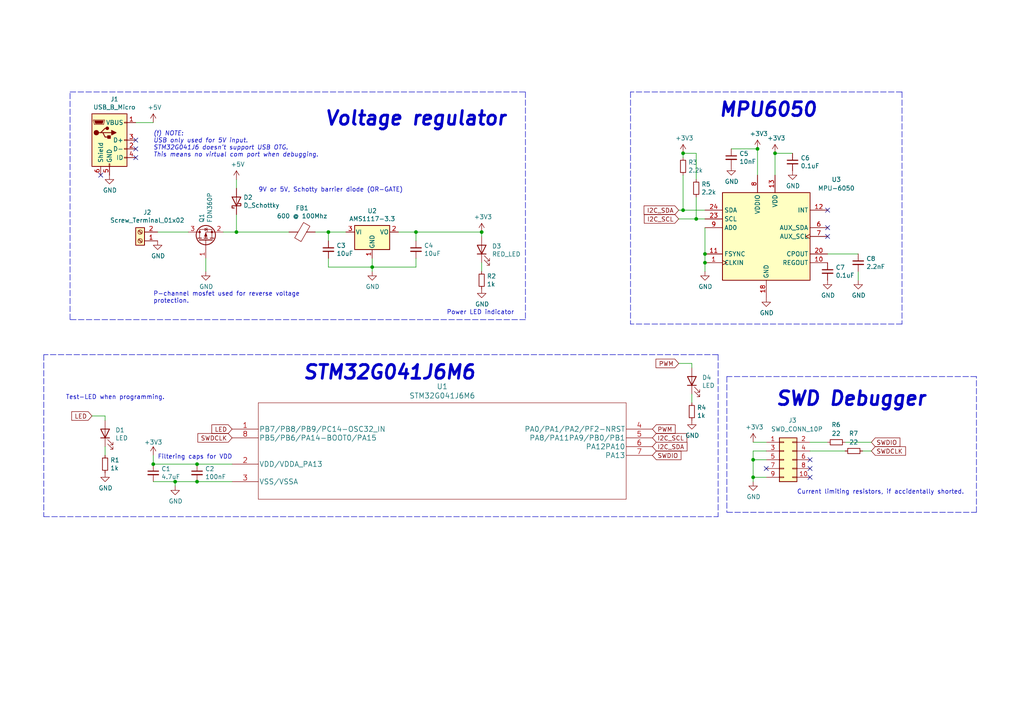
<source format=kicad_sch>
(kicad_sch (version 20211123) (generator eeschema)
  (paper "A4")
  (title_block (title "STM32G041J6 + MPU6050") (company "github.com/ollieelliot"))
  (lib_symbols
    (symbol "Connector:Screw_Terminal_01x02" (pin_names (offset 1.016) hide)
      (property "Reference" "J" (at 0 2.54 0))
      (property "Value" "Screw_Terminal_01x02" (at 0 -5.08 0))
      (symbol "Screw_Terminal_01x02_1_1"
        (rectangle (start -1.27 1.27) (end 1.27 -3.81) (stroke (width 0.254)) (fill (type background)))
        (circle (center 0 -2.54) (radius 0.635) (stroke (width 0.1524)))
        (polyline (pts (xy -0.5334 -2.2098) (xy 0.3302 -3.048)) (stroke (width 0.1524)))
        (polyline (pts (xy -0.5334 0.3302) (xy 0.3302 -0.508)) (stroke (width 0.1524)))
        (polyline (pts (xy -0.3556 -2.032) (xy 0.508 -2.8702)) (stroke (width 0.1524)))
        (polyline (pts (xy -0.3556 0.508) (xy 0.508 -0.3302)) (stroke (width 0.1524)))
        (circle (center 0 0) (radius 0.635) (stroke (width 0.1524)))
        (pin passive line (at -5.08 0 0) (length 3.81) (name "Pin_1") (number "1"))
        (pin passive line (at -5.08 -2.54 0) (length 3.81) (name "Pin_2") (number "2"))
      )
    )
    (symbol "Connector:USB_B_Micro" (pin_names (offset 1.016))
      (property "Reference" "J" (at -5.08 11.43 0))
      (property "Value" "USB_B_Micro" (at -5.08 8.89 0))
      (symbol "USB_B_Micro_0_1"
        (rectangle (start -5.08 -7.62) (end 5.08 7.62) (stroke (width 0.254)) (fill (type background)))
        (circle (center -3.81 2.159) (radius 0.635) (stroke (width 0.254)) (fill (type outline)))
        (circle (center -0.635 3.429) (radius 0.381) (stroke (width 0.254)) (fill (type outline)))
        (rectangle (start -0.127 -7.62) (end 0.127 -6.858))
        (polyline (pts (xy -1.905 2.159) (xy 0.635 2.159)) (stroke (width 0.254)))
        (polyline (pts (xy -3.175 2.159) (xy -2.54 2.159) (xy -1.27 3.429) (xy -0.635 3.429)) (stroke (width 0.254)))
        (polyline (pts (xy -2.54 2.159) (xy -1.905 2.159) (xy -1.27 0.889) (xy 0 0.889)) (stroke (width 0.254)))
        (polyline (pts (xy 0.635 2.794) (xy 0.635 1.524) (xy 1.905 2.159) (xy 0.635 2.794)) (stroke (width 0.254)) (fill (type outline)))
        (polyline (pts (xy -4.318 5.588) (xy -1.778 5.588) (xy -2.032 4.826) (xy -4.064 4.826) (xy -4.318 5.588)) (fill (type outline)))
        (polyline (pts (xy -4.699 5.842) (xy -4.699 5.588) (xy -4.445 4.826) (xy -4.445 4.572) (xy -1.651 4.572) (xy -1.651 4.826) (xy -1.397 5.588) (xy -1.397 5.842) (xy -4.699 5.842)))
        (rectangle (start 0.254 1.27) (end -0.508 0.508) (stroke (width 0.254)) (fill (type outline)))
        (rectangle (start 5.08 -5.207) (end 4.318 -4.953))
        (rectangle (start 5.08 -2.667) (end 4.318 -2.413))
        (rectangle (start 5.08 -0.127) (end 4.318 0.127))
        (rectangle (start 5.08 4.953) (end 4.318 5.207))
      )
      (symbol "USB_B_Micro_1_1"
        (pin power_out line (at 7.62 5.08 180) (length 2.54) (name "VBUS") (number "1"))
        (pin bidirectional line (at 7.62 -2.54 180) (length 2.54) (name "D-") (number "2"))
        (pin bidirectional line (at 7.62 0 180) (length 2.54) (name "D+") (number "3"))
        (pin passive line (at 7.62 -5.08 180) (length 2.54) (name "ID") (number "4"))
        (pin power_out line (at 0 -10.16 90) (length 2.54) (name "GND") (number "5"))
        (pin passive line (at -2.54 -10.16 90) (length 2.54) (name "Shield") (number "6"))
      )
    )
    (symbol "Connector_Generic:Conn_02x05_Odd_Even" (pin_names (offset 1.016) hide)
      (property "Reference" "J" (at 1.27 7.62 0))
      (property "Value" "Conn_02x05_Odd_Even" (at 1.27 -7.62 0))
      (symbol "Conn_02x05_Odd_Even_1_1"
        (rectangle (start -1.27 -4.953) (end 0 -5.207) (stroke (width 0.1524)))
        (rectangle (start -1.27 -2.413) (end 0 -2.667) (stroke (width 0.1524)))
        (rectangle (start -1.27 0.127) (end 0 -0.127) (stroke (width 0.1524)))
        (rectangle (start -1.27 2.667) (end 0 2.413) (stroke (width 0.1524)))
        (rectangle (start -1.27 5.207) (end 0 4.953) (stroke (width 0.1524)))
        (rectangle (start -1.27 6.35) (end 3.81 -6.35) (stroke (width 0.254)) (fill (type background)))
        (rectangle (start 3.81 -4.953) (end 2.54 -5.207) (stroke (width 0.1524)))
        (rectangle (start 3.81 -2.413) (end 2.54 -2.667) (stroke (width 0.1524)))
        (rectangle (start 3.81 0.127) (end 2.54 -0.127) (stroke (width 0.1524)))
        (rectangle (start 3.81 2.667) (end 2.54 2.413) (stroke (width 0.1524)))
        (rectangle (start 3.81 5.207) (end 2.54 4.953) (stroke (width 0.1524)))
        (pin passive line (at -5.08 5.08 0) (length 3.81) (name "Pin_1") (number "1"))
        (pin passive line (at 7.62 -5.08 180) (length 3.81) (name "Pin_10") (number "10"))
        (pin passive line (at 7.62 5.08 180) (length 3.81) (name "Pin_2") (number "2"))
        (pin passive line (at -5.08 2.54 0) (length 3.81) (name "Pin_3") (number "3"))
        (pin passive line (at 7.62 2.54 180) (length 3.81) (name "Pin_4") (number "4"))
        (pin passive line (at -5.08 0 0) (length 3.81) (name "Pin_5") (number "5"))
        (pin passive line (at 7.62 0 180) (length 3.81) (name "Pin_6") (number "6"))
        (pin passive line (at -5.08 -2.54 0) (length 3.81) (name "Pin_7") (number "7"))
        (pin passive line (at 7.62 -2.54 180) (length 3.81) (name "Pin_8") (number "8"))
        (pin passive line (at -5.08 -5.08 0) (length 3.81) (name "Pin_9") (number "9"))
      )
    )
    (symbol "Device:C_Small" (pin_numbers hide) (pin_names (offset 0.254) hide)
      (property "Reference" "C" (at 0.254 1.778 0))
      (property "Value" "C_Small" (at 0.254 -2.032 0))
      (symbol "C_Small_0_1"
        (polyline (pts (xy -1.524 -0.508) (xy 1.524 -0.508)) (stroke (width 0.3302)))
        (polyline (pts (xy -1.524 0.508) (xy 1.524 0.508)) (stroke (width 0.3048)))
      )
      (symbol "C_Small_1_1"
        (pin passive line (at 0 2.54 270) (length 2.032) (name "~") (number "1"))
        (pin passive line (at 0 -2.54 90) (length 2.032) (name "~") (number "2"))
      )
    )
    (symbol "Device:D_Schottky" (pin_numbers hide) (pin_names (offset 1.016) hide)
      (property "Reference" "D" (at 0 2.54 0))
      (property "Value" "D_Schottky" (at 0 -2.54 0))
      (symbol "D_Schottky_0_1"
        (polyline (pts (xy 1.27 0) (xy -1.27 0)))
        (polyline (pts (xy 1.27 1.27) (xy 1.27 -1.27) (xy -1.27 0) (xy 1.27 1.27)) (stroke (width 0.254)))
        (polyline (pts (xy -1.905 0.635) (xy -1.905 1.27) (xy -1.27 1.27) (xy -1.27 -1.27) (xy -0.635 -1.27) (xy -0.635 -0.635)) (stroke (width 0.254)))
      )
      (symbol "D_Schottky_1_1"
        (pin passive line (at -3.81 0 0) (length 2.54) (name "K") (number "1"))
        (pin passive line (at 3.81 0 180) (length 2.54) (name "A") (number "2"))
      )
    )
    (symbol "Device:Ferrite_Bead" (pin_numbers hide) (pin_names (offset 0))
      (property "Reference" "FB" (at -3.81 0.635 90))
      (property "Value" "Device_Ferrite_Bead" (at 3.81 0 90))
      (symbol "Ferrite_Bead_0_1"
        (polyline (pts (xy 0 -1.27) (xy 0 -1.2192)))
        (polyline (pts (xy 0 1.27) (xy 0 1.2954)))
        (polyline (pts (xy -2.7686 0.4064) (xy -1.7018 2.2606) (xy 2.7686 -0.3048) (xy 1.6764 -2.159) (xy -2.7686 0.4064)))
      )
      (symbol "Ferrite_Bead_1_1"
        (pin passive line (at 0 3.81 270) (length 2.54) (name "~") (number "1"))
        (pin passive line (at 0 -3.81 90) (length 2.54) (name "~") (number "2"))
      )
    )
    (symbol "Device:LED" (pin_numbers hide) (pin_names (offset 1.016) hide)
      (property "Reference" "D" (at 0 2.54 0))
      (property "Value" "LED" (at 0 -2.54 0))
      (symbol "LED_0_1"
        (polyline (pts (xy -1.27 -1.27) (xy -1.27 1.27)) (stroke (width 0.254)))
        (polyline (pts (xy -1.27 0) (xy 1.27 0)))
        (polyline (pts (xy 1.27 -1.27) (xy 1.27 1.27) (xy -1.27 0) (xy 1.27 -1.27)) (stroke (width 0.254)))
        (polyline (pts (xy -3.048 -0.762) (xy -4.572 -2.286) (xy -3.81 -2.286) (xy -4.572 -2.286) (xy -4.572 -1.524)))
        (polyline (pts (xy -1.778 -0.762) (xy -3.302 -2.286) (xy -2.54 -2.286) (xy -3.302 -2.286) (xy -3.302 -1.524)))
      )
      (symbol "LED_1_1"
        (pin passive line (at -3.81 0 0) (length 2.54) (name "K") (number "1"))
        (pin passive line (at 3.81 0 180) (length 2.54) (name "A") (number "2"))
      )
    )
    (symbol "Device:Q_PMOS_GSD" (pin_names (offset 0) hide)
      (property "Reference" "Q" (at 5.08 1.27 0))
      (property "Value" "Q_PMOS_GSD" (at 5.08 -1.27 0))
      (symbol "Q_PMOS_GSD_0_1"
        (polyline (pts (xy 0.254 0) (xy -2.54 0)))
        (polyline (pts (xy 0.254 1.905) (xy 0.254 -1.905)) (stroke (width 0.254)))
        (polyline (pts (xy 0.762 -1.27) (xy 0.762 -2.286)) (stroke (width 0.254)))
        (polyline (pts (xy 0.762 0.508) (xy 0.762 -0.508)) (stroke (width 0.254)))
        (polyline (pts (xy 0.762 2.286) (xy 0.762 1.27)) (stroke (width 0.254)))
        (polyline (pts (xy 2.54 2.54) (xy 2.54 1.778)))
        (polyline (pts (xy 2.54 -2.54) (xy 2.54 0) (xy 0.762 0)))
        (polyline (pts (xy 0.762 1.778) (xy 3.302 1.778) (xy 3.302 -1.778) (xy 0.762 -1.778)))
        (polyline (pts (xy 2.286 0) (xy 1.27 0.381) (xy 1.27 -0.381) (xy 2.286 0)) (fill (type outline)))
        (polyline (pts (xy 2.794 -0.508) (xy 2.921 -0.381) (xy 3.683 -0.381) (xy 3.81 -0.254)))
        (polyline (pts (xy 3.302 -0.381) (xy 2.921 0.254) (xy 3.683 0.254) (xy 3.302 -0.381)))
        (circle (center 1.651 0) (radius 2.794) (stroke (width 0.254)))
        (circle (center 2.54 -1.778) (radius 0.254) (fill (type outline)))
        (circle (center 2.54 1.778) (radius 0.254) (fill (type outline)))
      )
      (symbol "Q_PMOS_GSD_1_1"
        (pin input line (at -5.08 0 0) (length 2.54) (name "G") (number "1"))
        (pin passive line (at 2.54 -5.08 90) (length 2.54) (name "S") (number "2"))
        (pin passive line (at 2.54 5.08 270) (length 2.54) (name "D") (number "3"))
      )
    )
    (symbol "Device:R_Small" (pin_numbers hide) (pin_names (offset 0.254) hide)
      (property "Reference" "R" (at 0.762 0.508 0))
      (property "Value" "R_Small" (at 0.762 -1.016 0))
      (symbol "R_Small_0_1"
        (rectangle (start -0.762 1.778) (end 0.762 -1.778) (stroke (width 0.2032)))
      )
      (symbol "R_Small_1_1"
        (pin passive line (at 0 2.54 270) (length 0.762) (name "~") (number "1"))
        (pin passive line (at 0 -2.54 90) (length 0.762) (name "~") (number "2"))
      )
    )
    (symbol "Regulator_Linear:AMS1117-3.3" (pin_names (offset 0.254))
      (property "Reference" "U" (at -3.81 3.175 0))
      (property "Value" "AMS1117-3.3" (at 0 3.175 0))
      (symbol "AMS1117-3.3_0_1"
        (rectangle (start -5.08 -5.08) (end 5.08 1.905) (stroke (width 0.254)) (fill (type background)))
      )
      (symbol "AMS1117-3.3_1_1"
        (pin power_in line (at 0 -7.62 90) (length 2.54) (name "GND") (number "1"))
        (pin power_out line (at 7.62 0 180) (length 2.54) (name "VO") (number "2"))
        (pin power_in line (at -7.62 0 0) (length 2.54) (name "VI") (number "3"))
      )
    )
    (symbol "STM32G041J6:STM32G041J6M6" (pin_names (offset 0.254))
      (property "Reference" "U" (at 60.96 12.7 0))
      (property "Value" "STM32G041J6_STM32G041J6M6" (at 60.96 10.16 0))
      (symbol "STM32G041J6M6_1_1"
        (polyline (pts (xy 7.62 -20.32) (xy 114.3 -20.32)) (stroke (width 0.127)))
        (polyline (pts (xy 7.62 7.62) (xy 7.62 -20.32)) (stroke (width 0.127)))
        (polyline (pts (xy 114.3 -20.32) (xy 114.3 7.62)) (stroke (width 0.127)))
        (polyline (pts (xy 114.3 7.62) (xy 7.62 7.62)) (stroke (width 0.127)))
        (pin bidirectional line (at 0 0 0) (length 7.62) (name "PB7/PB8/PB9/PC14-OSC32_IN") (number "1"))
        (pin power_in line (at 0 -10.16 0) (length 7.62) (name "VDD/VDDA_PA13") (number "2"))
        (pin power_in line (at 0 -15.24 0) (length 7.62) (name "VSS/VSSA") (number "3"))
        (pin bidirectional line (at 121.92 0 180) (length 7.62) (name "PA0/PA1/PA2/PF2-NRST") (number "4"))
        (pin bidirectional line (at 121.92 -2.54 180) (length 7.62) (name "PA8/PA11PA9/PB0/PB1") (number "5"))
        (pin bidirectional line (at 121.92 -5.08 180) (length 7.62) (name "PA12PA10") (number "6"))
        (pin bidirectional line (at 121.92 -7.62 180) (length 7.62) (name "PA13") (number "7"))
        (pin bidirectional line (at 0 -2.54 0) (length 7.62) (name "PB5/PB6/PA14-BOOT0/PA15") (number "8"))
      )
    )
    (symbol "Sensor_Motion:MPU-6050"
      (property "Reference" "U" (at -11.43 13.97 0))
      (property "Value" "MPU-6050" (at 7.62 -13.97 0))
      (symbol "MPU-6050_0_1"
        (rectangle (start -12.7 12.7) (end 12.7 -12.7) (stroke (width 0.254)) (fill (type background)))
      )
      (symbol "MPU-6050_1_1"
        (pin input clock (at -17.78 -7.62 0) (length 5.08) (name "CLKIN") (number "1"))
        (pin passive line (at 17.78 -7.62 180) (length 5.08) (name "REGOUT") (number "10"))
        (pin input line (at -17.78 -5.08 0) (length 5.08) (name "FSYNC") (number "11"))
        (pin output line (at 17.78 7.62 180) (length 5.08) (name "INT") (number "12"))
        (pin power_in line (at 2.54 17.78 270) (length 5.08) (name "VDD") (number "13"))
        (pin power_in line (at 0 -17.78 90) (length 5.08) (name "GND") (number "18"))
        (pin passive line (at 17.78 -5.08 180) (length 5.08) (name "CPOUT") (number "20"))
        (pin input line (at -17.78 5.08 0) (length 5.08) (name "SCL") (number "23"))
        (pin bidirectional line (at -17.78 7.62 0) (length 5.08) (name "SDA") (number "24"))
        (pin bidirectional line (at 17.78 2.54 180) (length 5.08) (name "AUX_SDA") (number "6"))
        (pin output clock (at 17.78 0 180) (length 5.08) (name "AUX_SCL") (number "7"))
        (pin power_in line (at -2.54 17.78 270) (length 5.08) (name "VDDIO") (number "8"))
        (pin input line (at -17.78 2.54 0) (length 5.08) (name "AD0") (number "9"))
      )
    )
    (symbol "power:+3.3V" (power) (pin_names (offset 0))
      (property "Value" "+3.3V" (at 0 3.556 0))
      (symbol "+3.3V_0_1"
        (polyline (pts (xy -0.762 1.27) (xy 0 2.54)))
        (polyline (pts (xy 0 0) (xy 0 2.54)))
        (polyline (pts (xy 0 2.54) (xy 0.762 1.27)))
      )
      (symbol "+3.3V_1_1"
        (pin power_in line (at 0 0 90) (length 0) hide (name "+3V3") (number "1"))
      )
    )
    (symbol "power:+5V" (power) (pin_names (offset 0))
      (property "Value" "+5V" (at 0 3.556 0))
      (symbol "+5V_0_1"
        (polyline (pts (xy -0.762 1.27) (xy 0 2.54)))
        (polyline (pts (xy 0 0) (xy 0 2.54)))
        (polyline (pts (xy 0 2.54) (xy 0.762 1.27)))
      )
      (symbol "+5V_1_1"
        (pin power_in line (at 0 0 90) (length 0) hide (name "+5V") (number "1"))
      )
    )
    (symbol "power:GND" (power) (pin_names (offset 0))
      (property "Value" "GND" (at 0 -3.81 0))
      (symbol "GND_0_1"
        (polyline (pts (xy 0 0) (xy 0 -1.27) (xy 1.27 -1.27) (xy 0 -2.54) (xy -1.27 -1.27) (xy 0 -1.27)))
      )
      (symbol "GND_1_1"
        (pin power_in line (at 0 0 270) (length 0) hide (name "GND") (number "1"))
      )
    )
  )
  (junction (at 120.65 67.31))
  (junction (at 68.58 67.31))
  (junction (at 95.25 67.31))
  (junction (at 107.95 77.47))
  (junction (at 219.71 43.18))
  (junction (at 44.45 134.62))
  (junction (at 204.47 73.66))
  (junction (at 50.8 139.7))
  (junction (at 139.7 67.31))
  (junction (at 198.12 60.96))
  (junction (at 224.79 44.45))
  (junction (at 201.93 63.5))
  (junction (at 57.15 134.62))
  (junction (at 57.15 139.7))
  (junction (at 218.44 138.43))
  (junction (at 198.12 44.45))
  (junction (at 218.44 133.35))
  (junction (at 204.47 76.2))
  (no_connect (at 234.95 135.89))
  (no_connect (at 39.37 45.72))
  (no_connect (at 234.95 138.43))
  (no_connect (at 222.25 135.89))
  (no_connect (at 240.03 66.04))
  (no_connect (at 29.21 50.8))
  (no_connect (at 39.37 43.18))
  (no_connect (at 240.03 60.96))
  (no_connect (at 240.03 68.58))
  (no_connect (at 39.37 40.64))
  (no_connect (at 234.95 133.35))
  (polyline (pts (xy 210.82 148.59) (xy 283.21 148.59)))
  (wire (pts (xy 222.25 133.35) (xy 218.44 133.35)))
  (polyline (pts (xy 261.62 26.67) (xy 182.88 26.67)))
  (polyline (pts (xy 152.4 26.67) (xy 152.4 92.71)))
  (wire (pts (xy 218.44 130.81) (xy 218.44 133.35)))
  (wire (pts (xy 107.95 77.47) (xy 107.95 78.74)))
  (polyline (pts (xy 208.28 102.87) (xy 12.7 102.87)))
  (wire (pts (xy 245.11 128.27) (xy 252.73 128.27)))
  (wire (pts (xy 196.85 63.5) (xy 201.93 63.5)))
  (wire (pts (xy 91.44 67.31) (xy 95.25 67.31)))
  (wire (pts (xy 50.8 140.97) (xy 50.8 139.7)))
  (wire (pts (xy 240.03 128.27) (xy 234.95 128.27)))
  (wire (pts (xy 95.25 69.85) (xy 95.25 67.31)))
  (wire (pts (xy 139.7 76.2) (xy 139.7 78.74)))
  (wire (pts (xy 107.95 77.47) (xy 107.95 74.93)))
  (polyline (pts (xy 182.88 26.67) (xy 182.88 93.98)))
  (wire (pts (xy 198.12 50.8) (xy 198.12 60.96)))
  (wire (pts (xy 68.58 62.23) (xy 68.58 67.31)))
  (wire (pts (xy 218.44 133.35) (xy 218.44 138.43)))
  (wire (pts (xy 201.93 57.15) (xy 201.93 63.5)))
  (wire (pts (xy 248.92 78.74) (xy 248.92 81.28)))
  (wire (pts (xy 45.72 67.31) (xy 54.61 67.31)))
  (wire (pts (xy 245.11 130.81) (xy 234.95 130.81)))
  (wire (pts (xy 44.45 132.08) (xy 44.45 134.62)))
  (wire (pts (xy 201.93 44.45) (xy 201.93 52.07)))
  (wire (pts (xy 240.03 73.66) (xy 248.92 73.66)))
  (wire (pts (xy 204.47 66.04) (xy 204.47 73.66)))
  (polyline (pts (xy 283.21 148.59) (xy 283.21 109.22)))
  (polyline (pts (xy 261.62 93.98) (xy 182.88 93.98)))
  (polyline (pts (xy 12.7 102.87) (xy 12.7 149.86)))
  (wire (pts (xy 68.58 67.31) (xy 83.82 67.31)))
  (wire (pts (xy 26.67 120.65) (xy 30.48 120.65)))
  (wire (pts (xy 120.65 77.47) (xy 107.95 77.47)))
  (polyline (pts (xy 152.4 92.71) (xy 20.32 92.71)))
  (polyline (pts (xy 283.21 109.22) (xy 210.82 109.22)))
  (wire (pts (xy 57.15 139.7) (xy 67.31 139.7)))
  (wire (pts (xy 120.65 67.31) (xy 120.65 69.85)))
  (wire (pts (xy 204.47 78.74) (xy 204.47 76.2)))
  (wire (pts (xy 198.12 45.72) (xy 198.12 44.45)))
  (wire (pts (xy 95.25 67.31) (xy 100.33 67.31)))
  (polyline (pts (xy 210.82 109.22) (xy 210.82 148.59)))
  (wire (pts (xy 39.37 35.56) (xy 44.45 35.56)))
  (wire (pts (xy 68.58 67.31) (xy 64.77 67.31)))
  (wire (pts (xy 120.65 74.93) (xy 120.65 77.47)))
  (wire (pts (xy 95.25 77.47) (xy 107.95 77.47)))
  (wire (pts (xy 120.65 67.31) (xy 139.7 67.31)))
  (polyline (pts (xy 261.62 26.67) (xy 261.62 93.98)))
  (wire (pts (xy 219.71 43.18) (xy 212.09 43.18)))
  (wire (pts (xy 200.66 114.3) (xy 200.66 116.84)))
  (wire (pts (xy 198.12 60.96) (xy 204.47 60.96)))
  (wire (pts (xy 198.12 44.45) (xy 201.93 44.45)))
  (polyline (pts (xy 20.32 92.71) (xy 20.32 26.67)))
  (wire (pts (xy 44.45 134.62) (xy 57.15 134.62)))
  (wire (pts (xy 115.57 67.31) (xy 120.65 67.31)))
  (wire (pts (xy 218.44 138.43) (xy 218.44 139.7)))
  (wire (pts (xy 219.71 50.8) (xy 219.71 43.18)))
  (wire (pts (xy 59.69 74.93) (xy 59.69 78.74)))
  (wire (pts (xy 50.8 139.7) (xy 44.45 139.7)))
  (wire (pts (xy 30.48 129.54) (xy 30.48 132.08)))
  (wire (pts (xy 250.19 130.81) (xy 252.73 130.81)))
  (wire (pts (xy 139.7 68.58) (xy 139.7 67.31)))
  (wire (pts (xy 222.25 138.43) (xy 218.44 138.43)))
  (wire (pts (xy 196.85 105.41) (xy 200.66 105.41)))
  (polyline (pts (xy 208.28 102.87) (xy 208.28 149.86)))
  (wire (pts (xy 224.79 44.45) (xy 229.87 44.45)))
  (wire (pts (xy 95.25 74.93) (xy 95.25 77.47)))
  (wire (pts (xy 201.93 63.5) (xy 204.47 63.5)))
  (polyline (pts (xy 12.7 149.86) (xy 208.28 149.86)))
  (wire (pts (xy 222.25 130.81) (xy 218.44 130.81)))
  (wire (pts (xy 30.48 120.65) (xy 30.48 121.92)))
  (wire (pts (xy 57.15 139.7) (xy 50.8 139.7)))
  (polyline (pts (xy 20.32 26.67) (xy 152.4 26.67)))
  (wire (pts (xy 204.47 73.66) (xy 204.47 76.2)))
  (wire (pts (xy 218.44 128.27) (xy 222.25 128.27)))
  (wire (pts (xy 68.58 52.07) (xy 68.58 54.61)))
  (wire (pts (xy 57.15 134.62) (xy 67.31 134.62)))
  (wire (pts (xy 196.85 60.96) (xy 198.12 60.96)))
  (wire (pts (xy 224.79 44.45) (xy 224.79 50.8)))
  (wire (pts (xy 200.66 105.41) (xy 200.66 106.68)))
  (text "Voltage regulator" (at 93.98 36.83 0) (effects (font (size 3.9878 3.9878) (thickness 0.7976) bold italic) (justify left bottom)))
  (text "SWD Debugger" (at 224.79 118.11 0) (effects (font (size 3.9878 3.9878) (thickness 0.7976) bold italic) (justify left bottom)))
  (text "(!) NOTE:\nUSB only used for 5V input.\nSTM32G041J6 doesn’t support USB OTG.\nThis means no virtual com port when debugging." (at 44.45 45.72 0) (effects (font (size 1.27 1.27) italic) (justify left bottom)))
  (text "STM32G041J6M6" (at 87.63 110.49 0) (effects (font (size 3.9878 3.9878) (thickness 0.7976) bold italic) (justify left bottom)))
  (text "Power LED indicator\n" (at 129.54 91.44 0) (effects (font (size 1.27 1.27)) (justify left bottom)))
  (text "P-channel mosfet used for reverse voltage \nprotection.\n\n" (at 44.45 90.17 0) (effects (font (size 1.27 1.27)) (justify left bottom)))
  (text "Filtering caps for VDD\n" (at 45.72 133.35 0) (effects (font (size 1.27 1.27)) (justify left bottom)))
  (text "MPU6050\n" (at 208.28 34.29 0) (effects (font (size 3.9878 3.9878) (thickness 0.7976) bold italic) (justify left bottom)))
  (text "Test-LED when programming.\n\n" (at 19.05 118.11 0) (effects (font (size 1.27 1.27)) (justify left bottom)))
  (text "9V or 5V, Schotty barrier diode (OR-GATE)" (at 74.93 55.88 0) (effects (font (size 1.27 1.27)) (justify left bottom)))
  (text "Current limiting resistors, if accidentally shorted. " (at 231.14 143.51 0) (effects (font (size 1.27 1.27)) (justify left bottom)))
  (global_label "SWDCLK" (shape input) (at 67.31 127 180) (property "Intersheet References" "${INTERSHEET_REFS}" (effects hide)))
  (global_label "I2C_SDA" (shape input) (at 196.85 60.96 180) (property "Intersheet References" "${INTERSHEET_REFS}" (effects hide)))
  (global_label "LED" (shape input) (at 67.31 124.46 180) (property "Intersheet References" "${INTERSHEET_REFS}" (effects hide)))
  (global_label "SWDCLK" (shape input) (at 252.73 130.81 0) (property "Intersheet References" "${INTERSHEET_REFS}" (effects hide)))
  (global_label "SWDIO" (shape input) (at 252.73 128.27 0) (property "Intersheet References" "${INTERSHEET_REFS}" (effects hide)))
  (global_label "LED" (shape input) (at 26.67 120.65 180) (property "Intersheet References" "${INTERSHEET_REFS}" (effects hide)))
  (global_label "PWM" (shape input) (at 189.23 124.46 0) (property "Intersheet References" "${INTERSHEET_REFS}" (effects hide)))
  (global_label "I2C_SDA" (shape input) (at 189.23 129.54 0) (property "Intersheet References" "${INTERSHEET_REFS}" (effects hide)))
  (global_label "PWM" (shape input) (at 196.85 105.41 180) (property "Intersheet References" "${INTERSHEET_REFS}" (effects hide)))
  (global_label "I2C_SCL" (shape input) (at 196.85 63.5 180) (property "Intersheet References" "${INTERSHEET_REFS}" (effects hide)))
  (global_label "SWDIO" (shape input) (at 189.23 132.08 0) (property "Intersheet References" "${INTERSHEET_REFS}" (effects hide)))
  (global_label "I2C_SCL" (shape input) (at 189.23 127 0) (property "Intersheet References" "${INTERSHEET_REFS}" (effects hide)))
  (symbol (lib_id "Regulator_Linear:AMS1117-3.3") (at 107.95 67.31 0) (unit 1)
    (property "Reference" "U2" (at 107.95 61.1632 0))
    (property "Value" "AMS1117-3.3" (at 107.95 63.4746 0))
    (property "Footprint" "Package_TO_SOT_SMD:SOT-223-3_TabPin2" (effects hide))
    (property "Datasheet" "http://www.advanced-monolithic.com/pdf/ds1117.pdf" (effects hide))
  )
  (symbol (lib_id "Connector:USB_B_Micro") (at 31.75 40.64 0) (unit 1)
    (property "Reference" "J1" (at 33.1978 28.7782 0))
    (property "Value" "USB_B_Micro" (at 33.1978 31.0896 0))
    (property "Footprint" "Connector_USB:USB_Micro-B_Molex_47346-0001" (effects hide))
  )
  (symbol (lib_id "Device:LED") (at 139.7 72.39 90) (unit 1)
    (property "Reference" "D3" (at 142.6972 71.3994 90) (effects (justify right)))
    (property "Value" "RED_LED" (at 142.6972 73.7108 90) (effects (justify right)))
    (property "Footprint" "LED_SMD:LED_0603_1608Metric" (effects hide))
  )
  (symbol (lib_id "Device:Ferrite_Bead") (at 87.63 67.31 270) (unit 1)
    (property "Reference" "FB1" (at 87.63 60.3504 90))
    (property "Value" "600 @ 100Mhz" (at 87.63 62.6618 90))
    (property "Footprint" "Inductor_SMD:L_1206_3216Metric" (effects hide))
  )
  (symbol (lib_id "power:+5V") (at 44.45 35.56 0) (unit 1)
    (property "Reference" "#PWR03" (effects hide))
    (property "Value" "+5V" (at 44.831 31.1658 0))
  )
  (symbol (lib_id "power:+3.3V") (at 139.7 67.31 0) (unit 1)
    (property "Reference" "#PWR010" (effects hide))
    (property "Value" "+3.3V" (at 140.081 62.9158 0))
  )
  (symbol (lib_id "power:GND") (at 59.69 78.74 0) (unit 1)
    (property "Reference" "#PWR07" (effects hide))
    (property "Value" "GND" (at 59.817 83.1342 0))
  )
  (symbol (lib_id "power:GND") (at 107.95 78.74 0) (unit 1)
    (property "Reference" "#PWR09" (effects hide))
    (property "Value" "GND" (at 108.077 83.1342 0))
  )
  (symbol (lib_id "power:GND") (at 31.75 50.8 0) (unit 1)
    (property "Reference" "#PWR01" (effects hide))
    (property "Value" "GND" (at 31.877 55.1942 0))
  )
  (symbol (lib_id "Device:R_Small") (at 139.7 81.28 0) (unit 1)
    (property "Reference" "R2" (at 141.1986 80.1116 0) (effects (justify left)))
    (property "Value" "1k" (at 141.1986 82.423 0) (effects (justify left)))
    (property "Footprint" "Resistor_SMD:R_0402_1005Metric" (effects hide))
  )
  (symbol (lib_id "power:GND") (at 139.7 83.82 0) (unit 1)
    (property "Reference" "#PWR011" (effects hide))
    (property "Value" "GND" (at 139.827 88.2142 0))
  )
  (symbol (lib_id "Device:C_Small") (at 95.25 72.39 0) (unit 1)
    (property "Reference" "C3" (at 97.5868 71.2216 0) (effects (justify left)))
    (property "Value" "10uF" (at 97.5868 73.533 0) (effects (justify left)))
    (property "Footprint" "Capacitor_SMD:C_0603_1608Metric" (effects hide))
  )
  (symbol (lib_id "Device:C_Small") (at 120.65 72.39 0) (unit 1)
    (property "Reference" "C4" (at 122.9868 71.2216 0) (effects (justify left)))
    (property "Value" "10uF" (at 122.9868 73.533 0) (effects (justify left)))
    (property "Footprint" "Capacitor_SMD:C_0603_1608Metric" (effects hide))
  )
  (symbol (lib_id "Device:C_Small") (at 57.15 137.16 0) (unit 1)
    (property "Reference" "C2" (at 59.4868 135.9916 0) (effects (justify left)))
    (property "Value" "100nF" (at 59.4868 138.303 0) (effects (justify left)))
    (property "Footprint" "Capacitor_SMD:C_0603_1608Metric" (effects hide))
  )
  (symbol (lib_id "Device:C_Small") (at 44.45 137.16 0) (unit 1)
    (property "Reference" "C1" (at 46.7868 135.9916 0) (effects (justify left)))
    (property "Value" "4.7uF" (at 46.7868 138.303 0) (effects (justify left)))
    (property "Footprint" "Capacitor_SMD:C_0603_1608Metric" (effects hide))
  )
  (symbol (lib_id "power:+3.3V") (at 44.45 132.08 0) (unit 1)
    (property "Reference" "#PWR05" (effects hide))
    (property "Value" "+3.3V" (at 44.45 128.27 0))
  )
  (symbol (lib_id "power:GND") (at 50.8 140.97 0) (unit 1)
    (property "Reference" "#PWR06" (effects hide))
    (property "Value" "GND" (at 50.927 145.3642 0))
  )
  (symbol (lib_id "Device:LED") (at 30.48 125.73 90) (unit 1)
    (property "Reference" "D1" (at 33.4518 124.7394 90) (effects (justify right)))
    (property "Value" "LED" (at 33.4518 127.0508 90) (effects (justify right)))
    (property "Footprint" "LED_SMD:LED_0603_1608Metric" (effects hide))
  )
  (symbol (lib_id "Device:R_Small") (at 30.48 134.62 0) (unit 1)
    (property "Reference" "R1" (at 31.9786 133.4516 0) (effects (justify left)))
    (property "Value" "1k" (at 31.9786 135.763 0) (effects (justify left)))
    (property "Footprint" "Resistor_SMD:R_0402_1005Metric" (effects hide))
  )
  (symbol (lib_id "power:GND") (at 30.48 137.16 0) (unit 1)
    (property "Reference" "#PWR02" (effects hide))
    (property "Value" "GND" (at 30.607 141.5542 0))
  )
  (symbol (lib_id "power:+5V") (at 68.58 52.07 0) (unit 1)
    (property "Reference" "#PWR08" (effects hide))
    (property "Value" "+5V" (at 68.961 47.6758 0))
  )
  (symbol (lib_id "Device:D_Schottky") (at 68.58 58.42 90) (unit 1)
    (property "Reference" "D2" (at 70.5866 57.2516 90) (effects (justify right)))
    (property "Value" "D_Schottky" (at 70.5866 59.563 90) (effects (justify right)))
    (property "Footprint" "Diode_SMD:D_SOD-123" (effects hide))
  )
  (symbol (lib_id "power:+3.3V") (at 218.44 128.27 0) (unit 1)
    (property "Reference" "#PWR015" (effects hide))
    (property "Value" "+3.3V" (at 218.821 123.8758 0))
  )
  (symbol (lib_id "power:GND") (at 218.44 139.7 0) (unit 1)
    (property "Reference" "#PWR016" (effects hide))
    (property "Value" "GND" (at 218.567 144.0942 0))
  )
  (symbol (lib_id "Connector:Screw_Terminal_01x02") (at 40.64 69.85 180) (unit 1)
    (property "Reference" "J2" (at 42.7228 61.595 0))
    (property "Value" "Screw_Terminal_01x02" (at 42.7228 63.9064 0))
    (property "Footprint" "TerminalBlock:TerminalBlock_Altech_AK300-2_P5.00mm" (effects hide))
  )
  (symbol (lib_id "power:+3.3V") (at 219.71 43.18 0) (unit 1)
    (property "Reference" "#PWR0101" (effects hide))
    (property "Value" "+3.3V" (at 220.091 38.7858 0))
  )
  (symbol (lib_id "power:GND") (at 45.72 69.85 0) (unit 1)
    (property "Reference" "#PWR04" (effects hide))
    (property "Value" "GND" (at 45.847 74.2442 0))
  )
  (symbol (lib_id "Connector_Generic:Conn_02x05_Odd_Even") (at 227.33 133.35 0) (unit 1)
    (property "Reference" "J3" (at 229.87 121.92 0))
    (property "Value" "SWD_CONN_10P" (at 231.14 124.46 0))
    (property "Footprint" "Connector_PinHeader_1.27mm:PinHeader_2x05_P1.27mm_Vertical_SMD" (effects hide))
  )
  (symbol (lib_id "Sensor_Motion:MPU-6050") (at 222.25 68.58 0) (unit 1)
    (property "Reference" "U3" (at 242.57 52.07 0))
    (property "Value" "MPU-6050" (at 242.57 54.61 0))
    (property "Footprint" "Sensor_Motion:InvenSense_QFN-24_4x4mm_P0.5mm" (effects hide))
    (property "Datasheet" "https://store.invensense.com/datasheets/invensense/MPU-6050_DataSheet_V3%204.pdf" (effects hide))
  )
  (symbol (lib_id "Device:LED") (at 200.66 110.49 90) (unit 1)
    (property "Reference" "D4" (at 203.6318 109.4994 90) (effects (justify right)))
    (property "Value" "LED" (at 203.6318 111.8108 90) (effects (justify right)))
    (property "Footprint" "LED_SMD:LED_0603_1608Metric" (effects hide))
  )
  (symbol (lib_id "Device:R_Small") (at 200.66 119.38 0) (unit 1)
    (property "Reference" "R4" (at 202.1586 118.2116 0) (effects (justify left)))
    (property "Value" "1k" (at 202.1586 120.523 0) (effects (justify left)))
    (property "Footprint" "Resistor_SMD:R_0402_1005Metric" (effects hide))
  )
  (symbol (lib_id "power:GND") (at 200.66 121.92 0) (unit 1)
    (property "Reference" "#PWR013" (effects hide))
    (property "Value" "GND" (at 200.787 126.3142 0))
  )
  (symbol (lib_id "Device:R_Small") (at 198.12 48.26 0) (unit 1)
    (property "Reference" "R3" (at 199.6186 47.0916 0) (effects (justify left)))
    (property "Value" "2.2k" (at 199.6186 49.403 0) (effects (justify left)))
    (property "Footprint" "Resistor_SMD:R_0402_1005Metric" (effects hide))
  )
  (symbol (lib_id "Device:R_Small") (at 201.93 54.61 0) (unit 1)
    (property "Reference" "R5" (at 203.4286 53.4416 0) (effects (justify left)))
    (property "Value" "2.2k" (at 203.4286 55.753 0) (effects (justify left)))
    (property "Footprint" "Resistor_SMD:R_0402_1005Metric" (effects hide))
  )
  (symbol (lib_id "power:+3.3V") (at 198.12 44.45 0) (unit 1)
    (property "Reference" "#PWR012" (effects hide))
    (property "Value" "+3.3V" (at 198.501 40.0558 0))
  )
  (symbol (lib_id "power:GND") (at 222.25 86.36 0) (unit 1)
    (property "Reference" "#PWR018" (effects hide))
    (property "Value" "GND" (at 222.377 90.7542 0))
  )
  (symbol (lib_id "power:+3.3V") (at 224.79 44.45 0) (unit 1)
    (property "Reference" "#PWR019" (effects hide))
    (property "Value" "+3.3V" (at 225.171 40.0558 0))
  )
  (symbol (lib_id "Device:C_Small") (at 229.87 46.99 0) (unit 1)
    (property "Reference" "C6" (at 232.2068 45.8216 0) (effects (justify left)))
    (property "Value" "0.1uF" (at 232.2068 48.133 0) (effects (justify left)))
    (property "Footprint" "Capacitor_SMD:C_0603_1608Metric" (effects hide))
  )
  (symbol (lib_id "power:GND") (at 229.87 49.53 0) (unit 1)
    (property "Reference" "#PWR020" (effects hide))
    (property "Value" "GND" (at 229.997 53.9242 0))
  )
  (symbol (lib_id "Device:C_Small") (at 248.92 76.2 0) (unit 1)
    (property "Reference" "C8" (at 251.2568 75.0316 0) (effects (justify left)))
    (property "Value" "2.2nF" (at 251.2568 77.343 0) (effects (justify left)))
    (property "Footprint" "Capacitor_SMD:C_0603_1608Metric" (effects hide))
  )
  (symbol (lib_id "Device:C_Small") (at 240.03 78.74 0) (unit 1)
    (property "Reference" "C7" (at 242.3668 77.5716 0) (effects (justify left)))
    (property "Value" "0.1uF" (at 242.3668 79.883 0) (effects (justify left)))
    (property "Footprint" "Capacitor_SMD:C_0603_1608Metric" (effects hide))
  )
  (symbol (lib_id "power:GND") (at 248.92 81.28 0) (unit 1)
    (property "Reference" "#PWR022" (effects hide))
    (property "Value" "GND" (at 249.047 85.6742 0))
  )
  (symbol (lib_id "power:GND") (at 240.03 81.28 0) (unit 1)
    (property "Reference" "#PWR021" (effects hide))
    (property "Value" "GND" (at 240.157 85.6742 0))
  )
  (symbol (lib_id "power:GND") (at 204.47 78.74 0) (unit 1)
    (property "Reference" "#PWR014" (effects hide))
    (property "Value" "GND" (at 204.597 83.1342 0))
  )
  (symbol (lib_id "Device:R_Small") (at 242.57 128.27 90) (unit 1)
    (property "Reference" "R6" (at 243.84 123.19 90) (effects (justify left)))
    (property "Value" "22" (at 243.84 125.73 90) (effects (justify left)))
    (property "Footprint" "Resistor_SMD:R_0402_1005Metric" (effects hide))
  )
  (symbol (lib_id "Device:R_Small") (at 247.65 130.81 90) (unit 1)
    (property "Reference" "R7" (at 248.92 125.73 90) (effects (justify left)))
    (property "Value" "22" (at 248.92 128.27 90) (effects (justify left)))
    (property "Footprint" "Resistor_SMD:R_0402_1005Metric" (effects hide))
  )
  (symbol (lib_id "Device:C_Small") (at 212.09 45.72 0) (unit 1)
    (property "Reference" "C5" (at 214.4268 44.5516 0) (effects (justify left)))
    (property "Value" "10nF" (at 214.4268 46.863 0) (effects (justify left)))
    (property "Footprint" "Capacitor_SMD:C_0603_1608Metric" (effects hide))
  )
  (symbol (lib_id "power:GND") (at 212.09 48.26 0) (unit 1)
    (property "Reference" "#PWR017" (effects hide))
    (property "Value" "GND" (at 212.217 52.6542 0))
  )
  (symbol (lib_id "Device:Q_PMOS_GSD") (at 59.69 69.85 90) (unit 1)
    (property "Reference" "Q1" (at 58.5216 64.6176 0) (effects (justify left)))
    (property "Value" "FDN360P" (at 60.833 64.6176 0) (effects (justify left)))
    (property "Footprint" "Package_TO_SOT_SMD:SOT-23_Handsoldering" (effects hide))
  )
  (symbol (lib_id "STM32G041J6:STM32G041J6M6") (at 67.31 124.46 0) (unit 1)
    (property "Reference" "U1" (at 128.27 112.0902 0) (effects (font (size 1.524 1.524))))
    (property "Value" "STM32G041J6M6" (at 128.27 114.7826 0) (effects (font (size 1.524 1.524))))
    (property "Footprint" "footprints:STM32G041J6M6" (effects hide))
  )
)
</source>
